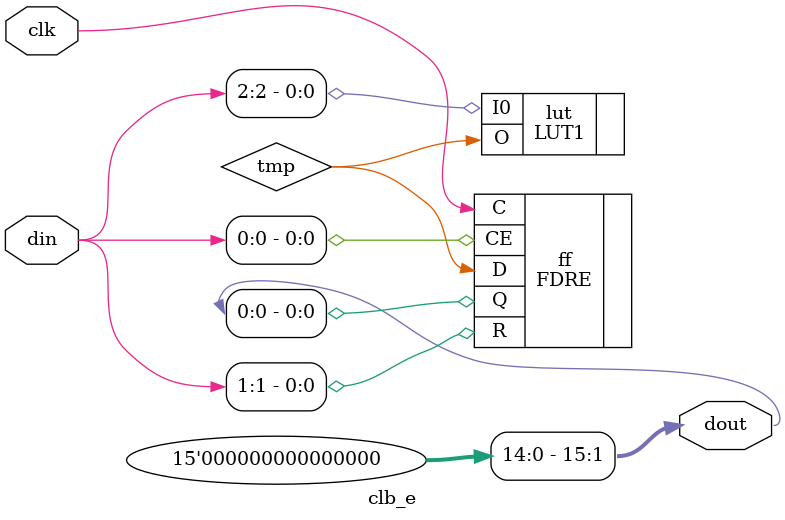
<source format=v>
module clb_e (input clk, input [15:0] din, output [15:0] dout);
	wire tmp;
	(* LOC="SLICE_X0Y244", BEL="D6LUT", LOCK_PINS="I0:A1", DONT_TOUCH *)
	LUT1 #(
		.INIT(2'b01)
	) lut (
		.I0(din[2]),
		.O(tmp)
	);
	(* LOC="SLICE_X0Y244", BEL="BFF", DONT_TOUCH *)
	FDRE ff (
		.C(clk),
		.Q(dout[0]),
		.CE(din[0]),
		.R(din[1]),
		.D(tmp)
	);
	assign dout[15:1] = 0;
endmodule
</source>
